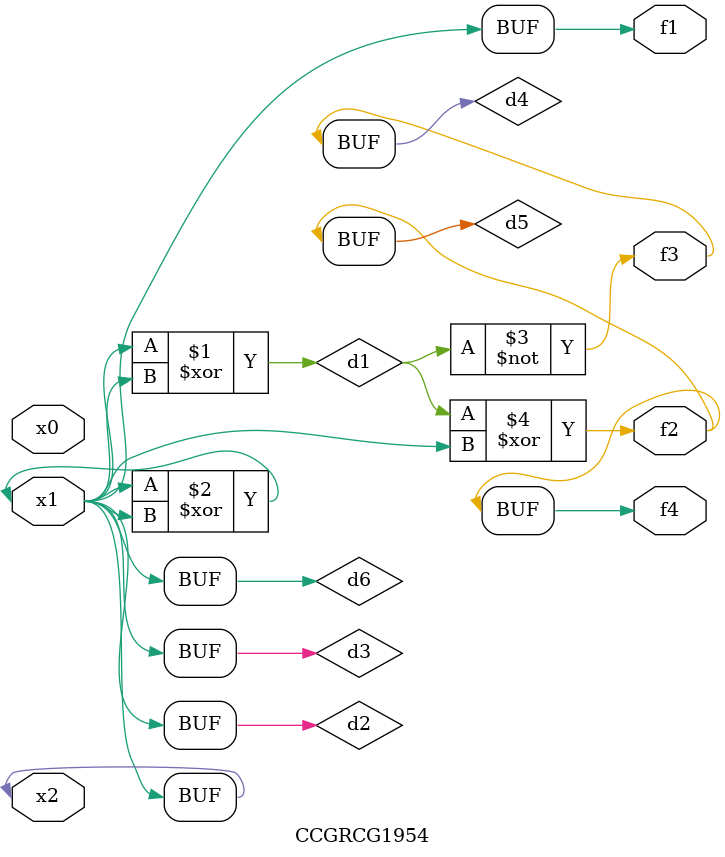
<source format=v>
module CCGRCG1954(
	input x0, x1, x2,
	output f1, f2, f3, f4
);

	wire d1, d2, d3, d4, d5, d6;

	xor (d1, x1, x2);
	buf (d2, x1, x2);
	xor (d3, x1, x2);
	nor (d4, d1);
	xor (d5, d1, d2);
	buf (d6, d2, d3);
	assign f1 = d6;
	assign f2 = d5;
	assign f3 = d4;
	assign f4 = d5;
endmodule

</source>
